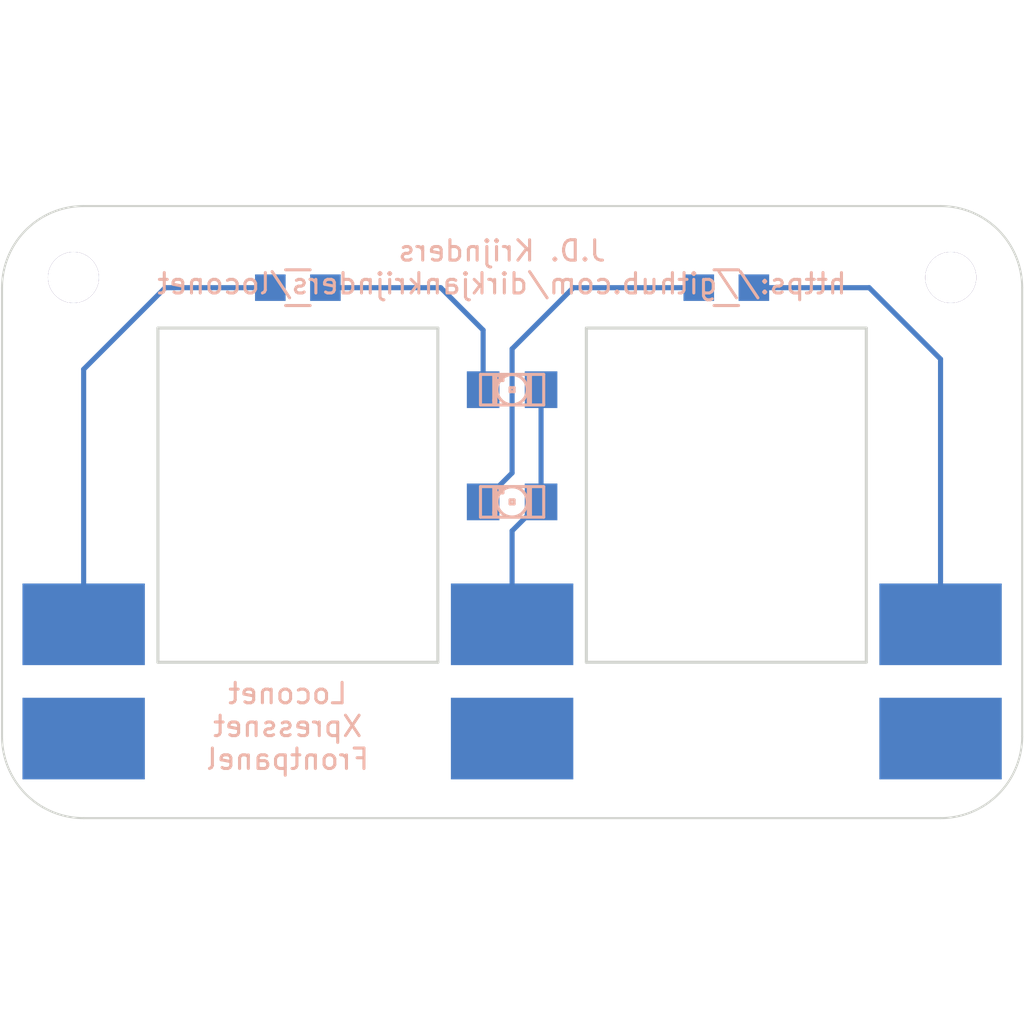
<source format=kicad_pcb>
(kicad_pcb (version 4) (host pcbnew "(2015-05-08 BZR 5647)-product")

  (general
    (links 0)
    (no_connects 0)
    (area 95.014536 49.899999 155.183584 100.100001)
    (thickness 1.6)
    (drawings 14)
    (tracks 16)
    (zones 0)
    (modules 11)
    (nets 1)
  )

  (page A4)
  (layers
    (0 F.Cu signal)
    (31 B.Cu signal)
    (32 B.Adhes user)
    (33 F.Adhes user)
    (34 B.Paste user)
    (35 F.Paste user)
    (36 B.SilkS user)
    (37 F.SilkS user)
    (38 B.Mask user)
    (39 F.Mask user)
    (40 Dwgs.User user)
    (41 Cmts.User user)
    (42 Eco1.User user)
    (43 Eco2.User user)
    (44 Edge.Cuts user)
    (45 Margin user)
    (46 B.CrtYd user)
    (47 F.CrtYd user)
    (48 B.Fab user)
    (49 F.Fab user)
  )

  (setup
    (last_trace_width 0.25)
    (trace_clearance 0.2)
    (zone_clearance 0.508)
    (zone_45_only yes)
    (trace_min 0.2)
    (segment_width 0.2)
    (edge_width 0.1)
    (via_size 0.6)
    (via_drill 0.4)
    (via_min_size 0.4)
    (via_min_drill 0.3)
    (uvia_size 0.3)
    (uvia_drill 0.1)
    (uvias_allowed no)
    (uvia_min_size 0.2)
    (uvia_min_drill 0.1)
    (pcb_text_width 0.3)
    (pcb_text_size 1.5 1.5)
    (mod_edge_width 0.15)
    (mod_text_size 1 1)
    (mod_text_width 0.15)
    (pad_size 1.5 1.5)
    (pad_drill 0.6)
    (pad_to_mask_clearance 0)
    (aux_axis_origin 0 0)
    (visible_elements FFFFFF7F)
    (pcbplotparams
      (layerselection 0x010f0_80000001)
      (usegerberextensions false)
      (excludeedgelayer true)
      (linewidth 0.100000)
      (plotframeref false)
      (viasonmask false)
      (mode 1)
      (useauxorigin false)
      (hpglpennumber 1)
      (hpglpenspeed 20)
      (hpglpendiameter 15)
      (hpglpenoverlay 2)
      (psnegative false)
      (psa4output false)
      (plotreference true)
      (plotvalue true)
      (plotinvisibletext false)
      (padsonsilk false)
      (subtractmaskfromsilk false)
      (outputformat 1)
      (mirror false)
      (drillshape 0)
      (scaleselection 1)
      (outputdirectory Gerbers/))
  )

  (net 0 "")

  (net_class Default "This is the default net class."
    (clearance 0.2)
    (trace_width 0.25)
    (via_dia 0.6)
    (via_drill 0.4)
    (uvia_dia 0.3)
    (uvia_drill 0.1)
  )

  (module Connectors:Front_board_connect (layer F.Cu) (tedit 555DF8D0) (tstamp 555F91AA)
    (at 104 82.5)
    (fp_text reference REF** (at 0 0.5) (layer F.SilkS) hide
      (effects (font (size 1 1) (thickness 0.15)))
    )
    (fp_text value Front_board_connect (at 0 -0.5) (layer F.Fab) hide
      (effects (font (size 1 1) (thickness 0.15)))
    )
    (pad 1 smd rect (at 0 3.6) (size 6 4) (layers B.Cu B.Paste B.Mask))
    (pad 2 smd rect (at 0 -2) (size 6 4) (layers B.Cu B.Paste B.Mask))
  )

  (module Connectors:Front_board_connect (layer F.Cu) (tedit 555DF8D0) (tstamp 555F919F)
    (at 146 82.5)
    (fp_text reference REF** (at 0 0.5) (layer F.SilkS) hide
      (effects (font (size 1 1) (thickness 0.15)))
    )
    (fp_text value Front_board_connect (at 0 -0.5) (layer F.Fab) hide
      (effects (font (size 1 1) (thickness 0.15)))
    )
    (pad 1 smd rect (at 0 3.6) (size 6 4) (layers B.Cu B.Paste B.Mask))
    (pad 2 smd rect (at 0 -2) (size 6 4) (layers B.Cu B.Paste B.Mask))
  )

  (module Connectors:RJ12_Panel_cutout (layer F.Cu) (tedit 555DF925) (tstamp 5553AD86)
    (at 114.5 83)
    (path /5552E05D)
    (fp_text reference CO2 (at 0.25 -17.97) (layer F.SilkS) hide
      (effects (font (size 1 1) (thickness 0.15)))
    )
    (fp_text value rj12_panel_cutout (at 0 -18.56) (layer F.SilkS) hide
      (effects (font (size 2 2) (thickness 0.22)))
    )
    (fp_line (start 6.86 -17.02) (end 6.86 -0.64) (layer Edge.Cuts) (width 0.15))
    (fp_line (start 6.86 -0.64) (end -6.86 -0.64) (layer Edge.Cuts) (width 0.15))
    (fp_line (start -6.86 -0.64) (end -6.86 -17.02) (layer Edge.Cuts) (width 0.15))
    (fp_line (start -6.86 -17.02) (end 6.86 -17.02) (layer Edge.Cuts) (width 0.15))
  )

  (module Connectors:RJ12_Panel_cutout (layer F.Cu) (tedit 555DF928) (tstamp 5553AD82)
    (at 135.5 83)
    (path /5552E03E)
    (fp_text reference CO1 (at 0.25 -17.97) (layer F.SilkS) hide
      (effects (font (size 1 1) (thickness 0.15)))
    )
    (fp_text value rj12_panel_cutout (at 0 -18.56) (layer F.SilkS) hide
      (effects (font (size 2 2) (thickness 0.22)))
    )
    (fp_line (start 6.86 -17.02) (end 6.86 -0.64) (layer Edge.Cuts) (width 0.15))
    (fp_line (start 6.86 -0.64) (end -6.86 -0.64) (layer Edge.Cuts) (width 0.15))
    (fp_line (start -6.86 -0.64) (end -6.86 -17.02) (layer Edge.Cuts) (width 0.15))
    (fp_line (start -6.86 -17.02) (end 6.86 -17.02) (layer Edge.Cuts) (width 0.15))
  )

  (module Connectors:Front_board_connect (layer F.Cu) (tedit 555DF8D0) (tstamp 555F913C)
    (at 125 82.5)
    (fp_text reference REF** (at 0 0.5) (layer F.SilkS) hide
      (effects (font (size 1 1) (thickness 0.15)))
    )
    (fp_text value Front_board_connect (at 0 -0.5) (layer F.Fab) hide
      (effects (font (size 1 1) (thickness 0.15)))
    )
    (pad 1 smd rect (at 0 3.6) (size 6 4) (layers B.Cu B.Paste B.Mask))
    (pad 2 smd rect (at 0 -2) (size 6 4) (layers B.Cu B.Paste B.Mask))
  )

  (module LEDs:LED-1206 (layer B.Cu) (tedit 555E261A) (tstamp 555FBC48)
    (at 125 74.5)
    (descr "LED 1206 smd package")
    (tags "LED1206 SMD")
    (attr smd)
    (fp_text reference REF** (at 0.254 1.524) (layer B.SilkS) hide
      (effects (font (size 1 1) (thickness 0.15)) (justify mirror))
    )
    (fp_text value LED-1206 (at 0 -1.65) (layer B.Fab) hide
      (effects (font (size 1 1) (thickness 0.15)) (justify mirror))
    )
    (fp_line (start 0.09906 -0.09906) (end -0.09906 -0.09906) (layer B.SilkS) (width 0.15))
    (fp_line (start -0.09906 -0.09906) (end -0.09906 0.09906) (layer B.SilkS) (width 0.15))
    (fp_line (start 0.09906 0.09906) (end -0.09906 0.09906) (layer B.SilkS) (width 0.15))
    (fp_line (start 0.09906 -0.09906) (end 0.09906 0.09906) (layer B.SilkS) (width 0.15))
    (fp_line (start -0.44958 -0.6985) (end -0.79756 -0.6985) (layer B.SilkS) (width 0.15))
    (fp_line (start -0.79756 -0.6985) (end -0.79756 -0.44958) (layer B.SilkS) (width 0.15))
    (fp_line (start -0.44958 -0.44958) (end -0.79756 -0.44958) (layer B.SilkS) (width 0.15))
    (fp_line (start -0.44958 -0.6985) (end -0.44958 -0.44958) (layer B.SilkS) (width 0.15))
    (fp_line (start -0.79756 -0.6985) (end -0.89916 -0.6985) (layer B.SilkS) (width 0.15))
    (fp_line (start -0.89916 -0.6985) (end -0.89916 0.49784) (layer B.SilkS) (width 0.15))
    (fp_line (start -0.79756 0.49784) (end -0.89916 0.49784) (layer B.SilkS) (width 0.15))
    (fp_line (start -0.79756 -0.6985) (end -0.79756 0.49784) (layer B.SilkS) (width 0.15))
    (fp_line (start -0.79756 0.54864) (end -0.89916 0.54864) (layer B.SilkS) (width 0.15))
    (fp_line (start -0.89916 0.54864) (end -0.89916 0.6985) (layer B.SilkS) (width 0.15))
    (fp_line (start -0.79756 0.6985) (end -0.89916 0.6985) (layer B.SilkS) (width 0.15))
    (fp_line (start -0.79756 0.54864) (end -0.79756 0.6985) (layer B.SilkS) (width 0.15))
    (fp_line (start 0.89916 -0.6985) (end 0.79756 -0.6985) (layer B.SilkS) (width 0.15))
    (fp_line (start 0.79756 -0.6985) (end 0.79756 0.49784) (layer B.SilkS) (width 0.15))
    (fp_line (start 0.89916 0.49784) (end 0.79756 0.49784) (layer B.SilkS) (width 0.15))
    (fp_line (start 0.89916 -0.6985) (end 0.89916 0.49784) (layer B.SilkS) (width 0.15))
    (fp_line (start 0.89916 0.54864) (end 0.79756 0.54864) (layer B.SilkS) (width 0.15))
    (fp_line (start 0.79756 0.54864) (end 0.79756 0.6985) (layer B.SilkS) (width 0.15))
    (fp_line (start 0.89916 0.6985) (end 0.79756 0.6985) (layer B.SilkS) (width 0.15))
    (fp_line (start 0.89916 0.54864) (end 0.89916 0.6985) (layer B.SilkS) (width 0.15))
    (fp_line (start -0.44958 -0.6985) (end -0.59944 -0.6985) (layer B.SilkS) (width 0.15))
    (fp_line (start -0.59944 -0.6985) (end -0.59944 -0.44958) (layer B.SilkS) (width 0.15))
    (fp_line (start -0.44958 -0.44958) (end -0.59944 -0.44958) (layer B.SilkS) (width 0.15))
    (fp_line (start -0.44958 -0.6985) (end -0.44958 -0.44958) (layer B.SilkS) (width 0.15))
    (fp_line (start -1.5494 -0.7493) (end 1.5494 -0.7493) (layer B.SilkS) (width 0.15))
    (fp_line (start 1.5494 -0.7493) (end 1.5494 0.7493) (layer B.SilkS) (width 0.15))
    (fp_line (start 1.5494 0.7493) (end -1.5494 0.7493) (layer B.SilkS) (width 0.15))
    (fp_line (start -1.5494 0.7493) (end -1.5494 -0.7493) (layer B.SilkS) (width 0.15))
    (fp_arc (start 0 0) (end -0.54864 -0.49784) (angle 95.4) (layer B.SilkS) (width 0.15))
    (fp_arc (start 0 0) (end 0.54864 -0.49784) (angle 84.5) (layer B.SilkS) (width 0.15))
    (fp_arc (start 0 0) (end 0.54864 0.49784) (angle 95.4) (layer B.SilkS) (width 0.15))
    (fp_arc (start 0 0) (end -0.54864 0.49784) (angle 84.5) (layer B.SilkS) (width 0.15))
    (pad 2 smd rect (at 1.41986 0 180) (size 1.59766 1.80086) (layers B.Cu B.Paste B.Mask))
    (pad 1 smd rect (at -1.41986 0 180) (size 1.59766 1.80086) (layers B.Cu B.Paste B.Mask))
  )

  (module LEDs:LED-1206 (layer B.Cu) (tedit 555E2617) (tstamp 555FBC9B)
    (at 125 69)
    (descr "LED 1206 smd package")
    (tags "LED1206 SMD")
    (attr smd)
    (fp_text reference REF** (at 0.254 1.524) (layer B.SilkS) hide
      (effects (font (size 1 1) (thickness 0.15)) (justify mirror))
    )
    (fp_text value LED-1206 (at 0 -1.65) (layer B.Fab) hide
      (effects (font (size 1 1) (thickness 0.15)) (justify mirror))
    )
    (fp_line (start 0.09906 -0.09906) (end -0.09906 -0.09906) (layer B.SilkS) (width 0.15))
    (fp_line (start -0.09906 -0.09906) (end -0.09906 0.09906) (layer B.SilkS) (width 0.15))
    (fp_line (start 0.09906 0.09906) (end -0.09906 0.09906) (layer B.SilkS) (width 0.15))
    (fp_line (start 0.09906 -0.09906) (end 0.09906 0.09906) (layer B.SilkS) (width 0.15))
    (fp_line (start -0.44958 -0.6985) (end -0.79756 -0.6985) (layer B.SilkS) (width 0.15))
    (fp_line (start -0.79756 -0.6985) (end -0.79756 -0.44958) (layer B.SilkS) (width 0.15))
    (fp_line (start -0.44958 -0.44958) (end -0.79756 -0.44958) (layer B.SilkS) (width 0.15))
    (fp_line (start -0.44958 -0.6985) (end -0.44958 -0.44958) (layer B.SilkS) (width 0.15))
    (fp_line (start -0.79756 -0.6985) (end -0.89916 -0.6985) (layer B.SilkS) (width 0.15))
    (fp_line (start -0.89916 -0.6985) (end -0.89916 0.49784) (layer B.SilkS) (width 0.15))
    (fp_line (start -0.79756 0.49784) (end -0.89916 0.49784) (layer B.SilkS) (width 0.15))
    (fp_line (start -0.79756 -0.6985) (end -0.79756 0.49784) (layer B.SilkS) (width 0.15))
    (fp_line (start -0.79756 0.54864) (end -0.89916 0.54864) (layer B.SilkS) (width 0.15))
    (fp_line (start -0.89916 0.54864) (end -0.89916 0.6985) (layer B.SilkS) (width 0.15))
    (fp_line (start -0.79756 0.6985) (end -0.89916 0.6985) (layer B.SilkS) (width 0.15))
    (fp_line (start -0.79756 0.54864) (end -0.79756 0.6985) (layer B.SilkS) (width 0.15))
    (fp_line (start 0.89916 -0.6985) (end 0.79756 -0.6985) (layer B.SilkS) (width 0.15))
    (fp_line (start 0.79756 -0.6985) (end 0.79756 0.49784) (layer B.SilkS) (width 0.15))
    (fp_line (start 0.89916 0.49784) (end 0.79756 0.49784) (layer B.SilkS) (width 0.15))
    (fp_line (start 0.89916 -0.6985) (end 0.89916 0.49784) (layer B.SilkS) (width 0.15))
    (fp_line (start 0.89916 0.54864) (end 0.79756 0.54864) (layer B.SilkS) (width 0.15))
    (fp_line (start 0.79756 0.54864) (end 0.79756 0.6985) (layer B.SilkS) (width 0.15))
    (fp_line (start 0.89916 0.6985) (end 0.79756 0.6985) (layer B.SilkS) (width 0.15))
    (fp_line (start 0.89916 0.54864) (end 0.89916 0.6985) (layer B.SilkS) (width 0.15))
    (fp_line (start -0.44958 -0.6985) (end -0.59944 -0.6985) (layer B.SilkS) (width 0.15))
    (fp_line (start -0.59944 -0.6985) (end -0.59944 -0.44958) (layer B.SilkS) (width 0.15))
    (fp_line (start -0.44958 -0.44958) (end -0.59944 -0.44958) (layer B.SilkS) (width 0.15))
    (fp_line (start -0.44958 -0.6985) (end -0.44958 -0.44958) (layer B.SilkS) (width 0.15))
    (fp_line (start -1.5494 -0.7493) (end 1.5494 -0.7493) (layer B.SilkS) (width 0.15))
    (fp_line (start 1.5494 -0.7493) (end 1.5494 0.7493) (layer B.SilkS) (width 0.15))
    (fp_line (start 1.5494 0.7493) (end -1.5494 0.7493) (layer B.SilkS) (width 0.15))
    (fp_line (start -1.5494 0.7493) (end -1.5494 -0.7493) (layer B.SilkS) (width 0.15))
    (fp_arc (start 0 0) (end -0.54864 -0.49784) (angle 95.4) (layer B.SilkS) (width 0.15))
    (fp_arc (start 0 0) (end 0.54864 -0.49784) (angle 84.5) (layer B.SilkS) (width 0.15))
    (fp_arc (start 0 0) (end 0.54864 0.49784) (angle 95.4) (layer B.SilkS) (width 0.15))
    (fp_arc (start 0 0) (end -0.54864 0.49784) (angle 84.5) (layer B.SilkS) (width 0.15))
    (pad 2 smd rect (at 1.41986 0 180) (size 1.59766 1.80086) (layers B.Cu B.Paste B.Mask))
    (pad 1 smd rect (at -1.41986 0 180) (size 1.59766 1.80086) (layers B.Cu B.Paste B.Mask))
  )

  (module Resistors_SMD:R_0805_HandSoldering (layer B.Cu) (tedit 555E260C) (tstamp 55615891)
    (at 135.5 64)
    (descr "Resistor SMD 0805, hand soldering")
    (tags "resistor 0805")
    (attr smd)
    (fp_text reference REF** (at 0 2.1) (layer B.SilkS) hide
      (effects (font (size 1 1) (thickness 0.15)) (justify mirror))
    )
    (fp_text value R_0805_HandSoldering (at 0 -2.1) (layer B.Fab) hide
      (effects (font (size 1 1) (thickness 0.15)) (justify mirror))
    )
    (fp_line (start -2.4 1) (end 2.4 1) (layer B.CrtYd) (width 0.05))
    (fp_line (start -2.4 -1) (end 2.4 -1) (layer B.CrtYd) (width 0.05))
    (fp_line (start -2.4 1) (end -2.4 -1) (layer B.CrtYd) (width 0.05))
    (fp_line (start 2.4 1) (end 2.4 -1) (layer B.CrtYd) (width 0.05))
    (fp_line (start 0.6 -0.875) (end -0.6 -0.875) (layer B.SilkS) (width 0.15))
    (fp_line (start -0.6 0.875) (end 0.6 0.875) (layer B.SilkS) (width 0.15))
    (pad 1 smd rect (at -1.35 0) (size 1.5 1.3) (layers B.Cu B.Paste B.Mask))
    (pad 2 smd rect (at 1.35 0) (size 1.5 1.3) (layers B.Cu B.Paste B.Mask))
    (model Resistors_SMD.3dshapes/R_0805_HandSoldering.wrl
      (at (xyz 0 0 0))
      (scale (xyz 1 1 1))
      (rotate (xyz 0 0 0))
    )
  )

  (module Resistors_SMD:R_0805_HandSoldering (layer B.Cu) (tedit 555E2608) (tstamp 556158A8)
    (at 114.5 64)
    (descr "Resistor SMD 0805, hand soldering")
    (tags "resistor 0805")
    (attr smd)
    (fp_text reference REF** (at 0 2.1) (layer B.SilkS) hide
      (effects (font (size 1 1) (thickness 0.15)) (justify mirror))
    )
    (fp_text value R_0805_HandSoldering (at 0 -2.1) (layer B.Fab) hide
      (effects (font (size 1 1) (thickness 0.15)) (justify mirror))
    )
    (fp_line (start -2.4 1) (end 2.4 1) (layer B.CrtYd) (width 0.05))
    (fp_line (start -2.4 -1) (end 2.4 -1) (layer B.CrtYd) (width 0.05))
    (fp_line (start -2.4 1) (end -2.4 -1) (layer B.CrtYd) (width 0.05))
    (fp_line (start 2.4 1) (end 2.4 -1) (layer B.CrtYd) (width 0.05))
    (fp_line (start 0.6 -0.875) (end -0.6 -0.875) (layer B.SilkS) (width 0.15))
    (fp_line (start -0.6 0.875) (end 0.6 0.875) (layer B.SilkS) (width 0.15))
    (pad 1 smd rect (at -1.35 0) (size 1.5 1.3) (layers B.Cu B.Paste B.Mask))
    (pad 2 smd rect (at 1.35 0) (size 1.5 1.3) (layers B.Cu B.Paste B.Mask))
    (model Resistors_SMD.3dshapes/R_0805_HandSoldering.wrl
      (at (xyz 0 0 0))
      (scale (xyz 1 1 1))
      (rotate (xyz 0 0 0))
    )
  )

  (module Mounting_Holes:MountingHole_2-5mm (layer F.Cu) (tedit 55640A11) (tstamp 5567D4D5)
    (at 146.5 63.5)
    (descr "Mounting hole, Befestigungsbohrung, 2,5mm, No Annular, Kein Restring,")
    (tags "Mounting hole, Befestigungsbohrung, 2,5mm, No Annular, Kein Restring,")
    (fp_text reference REF** (at 0 -3.50012) (layer F.SilkS) hide
      (effects (font (size 1 1) (thickness 0.15)))
    )
    (fp_text value MountingHole_2-5mm (at 0.09906 3.59918) (layer F.Fab) hide
      (effects (font (size 1 1) (thickness 0.15)))
    )
    (fp_circle (center 0 0) (end 2.5 0) (layer Cmts.User) (width 0.381))
    (pad 1 thru_hole circle (at 0 0) (size 2.5 2.5) (drill 2.5) (layers))
  )

  (module Mounting_Holes:MountingHole_2-5mm (layer F.Cu) (tedit 55640A16) (tstamp 5567D4E0)
    (at 103.5 63.5)
    (descr "Mounting hole, Befestigungsbohrung, 2,5mm, No Annular, Kein Restring,")
    (tags "Mounting hole, Befestigungsbohrung, 2,5mm, No Annular, Kein Restring,")
    (fp_text reference REF** (at 0 -3.50012) (layer F.SilkS) hide
      (effects (font (size 1 1) (thickness 0.15)))
    )
    (fp_text value MountingHole_2-5mm (at 0.09906 3.59918) (layer F.Fab) hide
      (effects (font (size 1 1) (thickness 0.15)))
    )
    (fp_circle (center 0 0) (end 2.5 0) (layer Cmts.User) (width 0.381))
    (pad 1 thru_hole circle (at 0 0) (size 2.5 2.5) (drill 2.5) (layers))
  )

  (gr_text "J.D. Krijnders\nhttps://github.com/dirkjankrijnders/loconet" (at 124.5 63) (layer B.SilkS)
    (effects (font (size 1 1) (thickness 0.15)) (justify mirror))
  )
  (gr_text "Loconet\nXpressnet\nFrontpanel" (at 114 85.5) (layer B.SilkS)
    (effects (font (size 1 1) (thickness 0.15)) (justify mirror))
  )
  (gr_line (start 150 86) (end 150 64) (angle 90) (layer Edge.Cuts) (width 0.1))
  (gr_line (start 104 90) (end 146 90) (angle 90) (layer Edge.Cuts) (width 0.1))
  (gr_line (start 100 64) (end 100 86) (angle 90) (layer Edge.Cuts) (width 0.1))
  (gr_line (start 146 60) (end 104 60) (angle 90) (layer Edge.Cuts) (width 0.1))
  (gr_arc (start 146 64) (end 146 60) (angle 90) (layer Edge.Cuts) (width 0.1))
  (gr_arc (start 104 64) (end 100 64) (angle 90) (layer Edge.Cuts) (width 0.1))
  (gr_arc (start 146 86) (end 150 86) (angle 90) (layer Edge.Cuts) (width 0.1))
  (gr_arc (start 104 86) (end 104 90) (angle 90) (layer Edge.Cuts) (width 0.1))
  (gr_line (start 150 100) (end 100 100) (angle 90) (layer Dwgs.User) (width 0.2))
  (gr_line (start 150 50) (end 150 100) (angle 90) (layer Dwgs.User) (width 0.2))
  (gr_line (start 100 50) (end 150 50) (angle 90) (layer Dwgs.User) (width 0.2))
  (gr_line (start 100 100) (end 100 50) (angle 90) (layer Dwgs.User) (width 0.2))

  (segment (start 125 75.91986) (end 126.41986 74.5) (width 0.25) (layer B.Cu) (net 0) (tstamp 555FBCCC))
  (segment (start 125 80.5) (end 125 75.91986) (width 0.25) (layer B.Cu) (net 0))
  (segment (start 126.41986 74.5) (end 126.41986 69) (width 0.25) (layer B.Cu) (net 0))
  (segment (start 128 64) (end 125 67) (width 0.25) (layer B.Cu) (net 0) (tstamp 556158BF))
  (segment (start 125 67) (end 125 73.08014) (width 0.25) (layer B.Cu) (net 0) (tstamp 556158C1))
  (segment (start 125 73.08014) (end 123.58014 74.5) (width 0.25) (layer B.Cu) (net 0) (tstamp 556158C3))
  (segment (start 134.15 64) (end 128 64) (width 0.25) (layer B.Cu) (net 0))
  (segment (start 123.58014 66.08014) (end 121.5 64) (width 0.25) (layer B.Cu) (net 0) (tstamp 556158C7))
  (segment (start 121.5 64) (end 115.85 64) (width 0.25) (layer B.Cu) (net 0) (tstamp 556158C9))
  (segment (start 123.58014 69) (end 123.58014 66.08014) (width 0.25) (layer B.Cu) (net 0))
  (segment (start 108 64) (end 104 68) (width 0.25) (layer B.Cu) (net 0) (tstamp 556158CD))
  (segment (start 104 68) (end 104 80.5) (width 0.25) (layer B.Cu) (net 0) (tstamp 556158CF))
  (segment (start 113.15 64) (end 108 64) (width 0.25) (layer B.Cu) (net 0))
  (segment (start 142.5 64) (end 146 67.5) (width 0.25) (layer B.Cu) (net 0) (tstamp 556158D3))
  (segment (start 146 67.5) (end 146 80.5) (width 0.25) (layer B.Cu) (net 0) (tstamp 556158D5))
  (segment (start 136.85 64) (end 142.5 64) (width 0.25) (layer B.Cu) (net 0))

  (zone (net 0) (net_name "") (layer B.Mask) (tstamp 5564085F) (hatch edge 0.508)
    (connect_pads (clearance 0.508))
    (min_thickness 0.254)
    (fill yes (arc_segments 16) (thermal_gap 0.508) (thermal_bridge_width 0.508))
    (polygon
      (pts
        (xy 125.5 70) (xy 124.5 70) (xy 124.5 68) (xy 125.5 68)
      )
    )
    (filled_polygon
      (pts
        (xy 125.373 69.873) (xy 124.627 69.873) (xy 124.627 68.127) (xy 125.373 68.127) (xy 125.373 69.873)
      )
    )
  )
  (zone (net 0) (net_name "") (layer B.Mask) (tstamp 556408AD) (hatch edge 0.508)
    (connect_pads (clearance 0.508))
    (min_thickness 0.254)
    (fill yes (arc_segments 16) (thermal_gap 0.508) (thermal_bridge_width 0.508))
    (polygon
      (pts
        (xy 124.5 73.5) (xy 125.5 73.5) (xy 125.5 75.5) (xy 124.5 75.5)
      )
    )
    (filled_polygon
      (pts
        (xy 125.373 75.373) (xy 124.627 75.373) (xy 124.627 73.627) (xy 125.373 73.627) (xy 125.373 75.373)
      )
    )
  )
)

</source>
